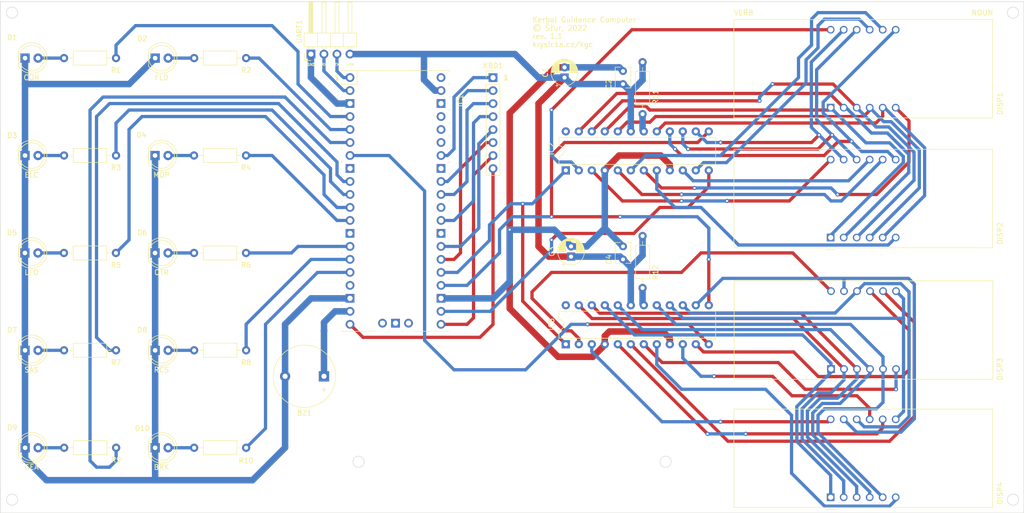
<source format=kicad_pcb>
(kicad_pcb (version 20211014) (generator pcbnew)
  (title_block (title "Kerbal Guidance Computer") (date "2022-03-05") (rev "1.1") (company "Šťur") (comment 1 "See LICENSE file for copyright and license details."))
  (layers (0 "F.Cu" signal) (31 "B.Cu" signal) (34 "B.Paste" user) (35 "F.Paste" user) (36 "B.SilkS" user "B.Silkscreen") (37 "F.SilkS" user "F.Silkscreen") (38 "B.Mask" user) (39 "F.Mask" user) (44 "Edge.Cuts" user))
  (net 0 "")
  (net 1 "Net-(D1-Pad2)")
  (net 2 "Net-(D2-Pad2)")
  (net 3 "Net-(D3-Pad2)")
  (net 4 "Net-(D4-Pad2)")
  (net 5 "Net-(D5-Pad2)")
  (net 6 "Net-(D6-Pad2)")
  (net 7 "Net-(D7-Pad2)")
  (net 8 "Net-(D8-Pad2)")
  (net 9 "Net-(D9-Pad2)")
  (net 10 "Net-(D10-Pad2)")
  (net 11 "BUZZ")
  (net 12 "GND2")
  (net 13 "GND3")
  (net 14 "IC2_SEG_E")
  (net 15 "IC2_SEG_D")
  (net 16 "IC2_SEG_DP")
  (net 17 "IC2_SEG_C")
  (net 18 "IC2_SEG_G")
  (net 19 "IC2_DIG_3")
  (net 20 "IC2_SEG_B")
  (net 21 "IC2_DIG_2")
  (net 22 "IC2_DIG_1")
  (net 23 "IC2_SEG_F")
  (net 24 "IC2_SEG_A")
  (net 25 "IC2_DIG_0")
  (net 26 "IC2_DIG_7")
  (net 27 "IC2_DIG_6")
  (net 28 "IC2_DIG_5")
  (net 29 "IC2_DIG_4")
  (net 30 "IC3_SEG_E")
  (net 31 "IC3_SEG_D")
  (net 32 "IC3_SEG_DP")
  (net 33 "IC3_SEG_C")
  (net 34 "IC3_SEG_G")
  (net 35 "IC3_DIG_3")
  (net 36 "IC3_SEG_B")
  (net 37 "IC3_DIG_2")
  (net 38 "IC3_DIG_1")
  (net 39 "IC3_SEG_F")
  (net 40 "IC3_SEG_A")
  (net 41 "IC3_DIG_0")
  (net 42 "IC3_DIG_7")
  (net 43 "IC3_DIG_6")
  (net 44 "IC3_DIG_5")
  (net 45 "Net-(IC2-Pad18)")
  (net 46 "IC3_DIG_4")
  (net 48 "TXD")
  (net 49 "RXD")
  (net 50 "Net-(IC3-Pad18)")
  (net 51 "GND1")
  (net 53 "LED_CON")
  (net 54 "LED_FLD")
  (net 55 "LED_GEA")
  (net 65 "+5V")
  (net 69 "LOAD_2")
  (net 70 "LED_SAS")
  (net 71 "LED_ELC")
  (net 72 "LED_LFO")
  (net 73 "LED_MOP")
  (net 74 "LED_OTR")
  (net 75 "LED_RCS")
  (net 76 "LED_BRK")
  (net 77 "KBD_R4")
  (net 78 "KBD_R3")
  (net 79 "LOAD_1")
  (net 80 "CLK")
  (net 82 "DIN")
  (net 83 "KBD_R2")
  (net 84 "KBD_R1")
  (net 85 "KBD_C4")
  (net 86 "KBD_C3")
  (net 87 "KBD_C2")
  (net 88 "KBD_C1")
  (footprint "Resistor_THT:R_Axial_DIN0207_L6.3mm_D2.5mm_P10.16mm_Horizontal" (layer "F.Cu") (at 71.12 66.04 180)
    (fp_text reference "R1")
    (fp_text value "100R")
  )
  (footprint "Package_DIP:DIP-24_W7.62mm" (layer "F.Cu") (at 159 122 90)
    (fp_text reference "IC3")
    (fp_text value "MAX7219")
  )
  (footprint "Display_7Segment:CC56-12GWA" (layer "F.Cu") (at 210.7559 151.9309 90)
    (fp_text reference "DISP4")
    (fp_text value "CC56-12GWA")
  )
  (footprint "Resistor_THT:R_Axial_DIN0207_L6.3mm_D2.5mm_P10.16mm_Horizontal" (layer "F.Cu") (at 174 111 90)
    (fp_text reference "R12")
    (fp_text value "10k")
  )
  (footprint "Resistor_THT:R_Axial_DIN0207_L6.3mm_D2.5mm_P10.16mm_Horizontal" (layer "F.Cu") (at 174 77 90)
    (fp_text reference "R11")
    (fp_text value "10k")
  )
  (footprint "LED_THT:LED_D5.0mm" (layer "F.Cu") (at 53.34 123.19)
    (fp_text reference "D7")
    (fp_text value "SAS")
  )
  (footprint "Resistor_THT:R_Axial_DIN0207_L6.3mm_D2.5mm_P10.16mm_Horizontal" (layer "F.Cu") (at 96.54 123.19 180)
    (fp_text reference "R8")
    (fp_text value "100R")
  )
  (footprint "Buzzer_Beeper:Buzzer_12x9.5RM7.6" (layer "F.Cu") (at 111.75 128.27 180)
    (fp_text reference "BZ1")
    (fp_text value "Buzzer")
  )
  (footprint "LED_THT:LED_D5.0mm" (layer "F.Cu") (at 78.74 104.15)
    (fp_text reference "D6")
    (fp_text value "OTR")
  )
  (footprint "LED_THT:LED_D5.0mm" (layer "F.Cu") (at 78.76 142.25)
    (fp_text reference "D10")
    (fp_text value "BRK")
  )
  (footprint "LED_THT:LED_D5.0mm" (layer "F.Cu") (at 53.32 104.15)
    (fp_text reference "D5")
    (fp_text value "LFO")
  )
  (footprint "Resistor_THT:R_Axial_DIN0207_L6.3mm_D2.5mm_P10.16mm_Horizontal" (layer "F.Cu") (at 71.14 142.25 180)
    (fp_text reference "R9")
    (fp_text value "100R")
  )
  (footprint "Connector_PinHeader_2.54mm:PinHeader_1x08_P2.54mm_Vertical" (layer "F.Cu") (at 144.78 69.865)
    (fp_text reference "KBD1")
    (fp_text value "ak1604")
  )
  (footprint "LED_THT:LED_D5.0mm" (layer "F.Cu") (at 78.76 123.19)
    (fp_text reference "D8")
    (fp_text value "RCS")
  )
  (footprint "mistniBordel:C31x" (layer "F.Cu") (at 170.18 71.12 90)
    (fp_text reference "C2")
    (fp_text value "0.1 uF")
  )
  (footprint "Capacitor_THT:CP_Radial_D5.0mm_P2.00mm" (layer "F.Cu") (at 158.75 69.85 90)
    (fp_text reference "C1")
    (fp_text value "10 uF")
  )
  (footprint "Display_7Segment:CC56-12GWA" (layer "F.Cu") (at 210.82 126.8575 90)
    (fp_text reference "DISP3")
    (fp_text value "CC56-12GWA")
  )
  (footprint "Connector_PinHeader_2.54mm:PinHeader_1x04_P2.54mm_Horizontal" (layer "F.Cu") (at 109.204662 65.252732 90)
    (fp_text reference "UART1")
    (fp_text value "UART")
  )
  (footprint "LED_THT:LED_D5.0mm" (layer "F.Cu") (at 53.34 85.09)
    (fp_text reference "D3")
    (fp_text value "ELC")
  )
  (footprint "LED_THT:LED_D5.0mm" (layer "F.Cu") (at 53.36 142.25)
    (fp_text reference "D9")
    (fp_text value "GEA")
  )
  (footprint "Resistor_THT:R_Axial_DIN0207_L6.3mm_D2.5mm_P10.16mm_Horizontal" (layer "F.Cu") (at 96.52 85.09 180)
    (fp_text reference "R4")
    (fp_text value "100R")
  )
  (footprint "mistniBordel:C31x" (layer "F.Cu") (at 170.18 105.41 90)
    (fp_text reference "C4")
    (fp_text value "0.1 uF")
  )
  (footprint "Package_DIP:DIP-24_W7.62mm" (layer "F.Cu") (at 159 88 90)
    (fp_text reference "IC2")
    (fp_text value "MAX7219")
  )
  (footprint "LED_THT:LED_D5.0mm" (layer "F.Cu") (at 78.74 85.09)
    (fp_text reference "D4")
    (fp_text value "MOP")
  )
  (footprint "Resistor_THT:R_Axial_DIN0207_L6.3mm_D2.5mm_P10.16mm_Horizontal" (layer "F.Cu") (at 71.12 85.09 180)
    (fp_text reference "R3")
    (fp_text value "100R")
  )
  (footprint "Resistor_THT:R_Axial_DIN0207_L6.3mm_D2.5mm_P10.16mm_Horizontal" (layer "F.Cu") (at 96.52 104.15 180)
    (fp_text reference "R6")
    (fp_text value "100R")
  )
  (footprint "Resistor_THT:R_Axial_DIN0207_L6.3mm_D2.5mm_P10.16mm_Horizontal" (layer "F.Cu") (at 96.54 66.04 180)
    (fp_text reference "R2")
    (fp_text value "100R")
  )
  (footprint "Display_7Segment:CC56-12GWA" (layer "F.Cu") (at 210.7559 75.7309 90)
    (fp_text reference "DISP1")
    (fp_text value "CC56-12GWA")
  )
  (footprint "Resistor_THT:R_Axial_DIN0207_L6.3mm_D2.5mm_P10.16mm_Horizontal" (layer "F.Cu") (at 71.1 104.15 180)
    (fp_text reference "R5")
    (fp_text value "100R")
  )
  (footprint "Resistor_THT:R_Axial_DIN0207_L6.3mm_D2.5mm_P10.16mm_Horizontal" (layer "F.Cu") (at 96.54 142.25 180)
    (fp_text reference "R10")
    (fp_text value "100R")
  )
  (footprint "Display_7Segment:CC56-12GWA" (layer "F.Cu") (at 210.7559 101.1309 90)
    (fp_text reference "DISP2")
    (fp_text value "CC56-12GWA")
  )
  (footprint "LED_THT:LED_D5.0mm" (layer "F.Cu") (at 78.76 66.04)
    (fp_text reference "D2")
    (fp_text value "FLD")
  )
  (footprint "LED_THT:LED_D5.0mm" (layer "F.Cu") (at 53.34 66.04)
    (fp_text reference "D1")
    (fp_text value "CON")
  )
  (footprint "Resistor_THT:R_Axial_DIN0207_L6.3mm_D2.5mm_P10.16mm_Horizontal" (layer "F.Cu") (at 71.12 123.19 180)
    (fp_text reference "R7")
    (fp_text value "100R")
  )
  (footprint "Capacitor_THT:CP_Radial_D5.0mm_P2.00mm" (layer "F.Cu") (at 160.02 104.87 90)
    (fp_text reference "C3")
    (fp_text value "10 uF")
  )
  (footprint "mistniBordel:RPi_Pico_TH" (layer "F.Cu") (at 125.73 93.98)
    (fp_text reference "IC1")
    (fp_text value "Pico")
  )
  (gr_rect (start 48.5 55) (end 248.5 155) (layer "Edge.Cuts") (width 0.1) (fill none))
  (gr_circle (center 50.8 57.15) (end 51.9 57.15) (layer "Edge.Cuts") (width 0.1) (fill none))
  (gr_circle (center 246.38 57.15) (end 247.48 57.15) (layer "Edge.Cuts") (width 0.1) (fill none))
  (gr_circle (center 178.5 145) (end 179.6 145) (layer "Edge.Cuts") (width 0.1) (fill none))
  (gr_circle (center 118.5 145) (end 119.6 145) (layer "Edge.Cuts") (width 0.1) (fill none))
  (gr_circle (center 50.8 152.4) (end 51.9 152.4) (layer "Edge.Cuts") (width 0.1) (fill none))
  (gr_circle (center 246.38 152.4) (end 247.48 152.4) (layer "Edge.Cuts") (width 0.1) (fill none))
  (gr_text "GEA" (at 54.61 146.05) (layer "F.SilkS") (effects (font (size 1 1))))
  (gr_text "GND" (at 109.22 67.31) (layer "F.SilkS") (effects (font (size 0.5 0.5) (thickness 0.125))))
  (gr_text "VERB" (at 191.77 57.15) (layer "F.SilkS") (effects (font (size 1 1)) (justify left)))
  (gr_text "1" (at 114.3 69.85) (layer "F.SilkS") (effects (font (size 1 1) (thickness 0.25))))
  (gr_text "+5V" (at 116.84 67.31) (layer "F.SilkS") (effects (font (size 0.5 0.5) (thickness 0.125))))
  (gr_text "RCS" (at 80.01 127) (layer "F.SilkS") (effects (font (size 1 1))))
  (gr_text "RX" (at 111.76 67.31) (layer "F.SilkS") (effects (font (size 0.5 0.5) (thickness 0.125))))
  (gr_text "ELC" (at 54.61 88.9) (layer "F.SilkS") (effects (font (size 1 1))))
  (gr_text "LFO" (at 54.61 107.95) (layer "F.SilkS") (effects (font (size 1 1))))
  (gr_text "BRK" (at 80.01 146.05) (layer "F.SilkS") (effects (font (size 1 1))))
  (gr_text "TX" (at 114.3 67.31) (layer "F.SilkS") (effects (font (size 0.5 0.5) (thickness 0.125))))
  (gr_text "Kerbal Guidance Computer\n© Šťur, 2022\nrev. 1.1\nkrysicka.cz/kgc" (at 152.4 60.96) (layer "F.SilkS") (effects (font (size 1 1)) (justify left)))
  (gr_text "1" (at 147.32 69.85) (layer "F.SilkS") (effects (font (size 1 1) (thickness 0.25))))
  (gr_text "OTR" (at 80.01 107.95) (layer "F.SilkS") (effects (font (size 1 1))))
  (gr_text "SAS" (at 54.61 127) (layer "F.SilkS") (effects (font (size 1 1))))
  (gr_text "MOP" (at 80.01 88.9) (layer "F.SilkS") (effects (font (size 1 1))))
  (gr_text "CON" (at 54.61 69.85) (layer "F.SilkS") (effects (font (size 1 1))))
  (gr_text "FLD" (at 80.01 69.85) (layer "F.SilkS") (effects (font (size 1 1))))
  (gr_text "NOUN\n" (at 242.57 57.15) (layer "F.SilkS") (effects (font (size 1 1)) (justify right)))
  (segment (start 60.96 66.04) (end 55.88 66.04) (width 0.635) (layer "B.Cu") (net 1))
  (segment (start 86.38 66.04) (end 81.3 66.04) (width 0.635) (layer "B.Cu") (net 2))
  (segment (start 55.88 85.09) (end 60.96 85.09) (width 0.635) (layer "B.Cu") (net 3))
  (segment (start 81.28 85.09) (end 86.36 85.09) (width 0.635) (layer "B.Cu") (net 4))
  (segment (start 60.94 104.15) (end 55.86 104.15) (width 0.635) (layer "B.Cu") (net 5))
  (segment (start 86.36 104.15) (end 81.28 104.15) (width 0.635) (layer "B.Cu") (net 6))
  (segment (start 60.96 123.19) (end 55.88 123.19) (width 0.635) (layer "B.Cu") (net 7))
  (segment (start 86.38 123.19) (end 81.3 123.19) (width 0.635) (layer "B.Cu") (net 8))
  (segment (start 60.98 142.25) (end 55.9 142.25) (width 0.635) (layer "B.Cu") (net 9))
  (segment (start 86.38 142.25) (end 81.3 142.25) (width 0.635) (layer "B.Cu") (net 10))
  (segment (start 111.76 117.719502) (end 113.909502 115.57) (width 1.27) (layer "B.Cu") (net 11))
  (segment (start 111.76 119.38) (end 111.76 117.719502) (width 1.27) (layer "B.Cu") (net 11))
  (segment (start 111.75 128.27) (end 111.75 119.39) (width 1.27) (layer "B.Cu") (net 11))
  (segment (start 111.75 119.39) (end 111.76 119.38) (width 1.27) (layer "B.Cu") (net 11))
  (segment (start 113.909502 115.57) (end 116.84 115.57) (width 1.27) (layer "B.Cu") (net 11))
  (segment (start 57.53 148.59) (end 97.79 148.59) (width 1.27) (layer "B.Cu") (net 12))
  (segment (start 53.34 85.09) (end 53.34 104.13) (width 1.27) (layer "B.Cu") (net 12))
  (segment (start 53.34 71.12) (end 53.34 85.09) (width 1.27) (layer "B.Cu") (net 12))
  (segment (start 53.32 104.15) (end 53.32 123.17) (width 1.27) (layer "B.Cu") (net 12))
  (segment (start 53.36 142.25) (end 53.36 144.42) (width 1.27) (layer "B.Cu") (net 12))
  (segment (start 53.34 104.13) (end 53.32 104.15) (width 1.27) (layer "B.Cu") (net 12))
  (segment (start 53.34 66.04) (end 53.34 71.12) (width 1.27) (layer "B.Cu") (net 12))
  (segment (start 78.76 104.17) (end 78.74 104.15) (width 1.27) (layer "B.Cu") (net 12))
  (segment (start 78.74 104.15) (end 78.74 85.09) (width 1.27) (layer "B.Cu") (net 12))
  (segment (start 109.22 113.03) (end 116.84 113.03) (width 1.27) (layer "B.Cu") (net 12))
  (segment (start 104.15 142.23) (end 104.15 128.27) (width 1.27) (layer "B.Cu") (net 12))
  (segment (start 53.34 142.23) (end 53.36 142.25) (width 1.27) (layer "B.Cu") (net 12))
  (segment (start 53.34 123.19) (end 53.34 142.23) (width 1.27) (layer "B.Cu") (net 12))
  (segment (start 78.76 142.25) (end 78.76 123.19) (width 1.27) (layer "B.Cu") (net 12))
  (segment (start 53.36 144.42) (end 57.53 148.59) (width 1.27) (layer "B.Cu") (net 12))
  (segment (start 73.68 71.12) (end 53.34 71.12) (width 1.27) (layer "B.Cu") (net 12))
  (segment (start 53.32 123.17) (end 53.34 123.19) (width 1.27) (layer "B.Cu") (net 12))
  (segment (start 78.76 66.04) (end 73.68 71.12) (width 1.27) (layer "B.Cu") (net 12))
  (segment (start 104.15 118.1) (end 109.22 113.03) (width 1.27) (layer "B.Cu") (net 12))
  (segment (start 104.15 128.27) (end 104.15 118.1) (width 1.27) (layer "B.Cu") (net 12))
  (segment (start 78.76 123.19) (end 78.76 104.17) (width 1.27) (layer "B.Cu") (net 12))
  (segment (start 97.79 148.59) (end 104.15 142.23) (width 1.27) (layer "B.Cu") (net 12))
  (segment (start 78.76 142.25) (end 78.76 148.57) (width 1.27) (layer "B.Cu") (net 12))
  (segment (start 148.0399 76.791078) (end 156.980978 67.85) (width 1.27) (layer "F.Cu") (net 13))
  (segment (start 148.0399 115.0199) (end 148.0399 99.6101) (width 1.27) (layer "F.Cu") (net 13))
  (segment (start 166.62 122) (end 166.62 122.125102) (width 1.27) (layer "F.Cu") (net 13))
  (segment (start 166.62 87.874898) (end 166.62 88) (width 1.27) (layer "F.Cu") (net 13))
  (segment (start 156.980978 67.85) (end 158.75 67.85) (width 1.27) (layer "F.Cu") (net 13))
  (segment (start 166.62 120.4) (end 166.62 122) (width 1.27) (layer "F.Cu") (net 13))
  (segment (start 179.32 120.86863) (end 177.96339 119.51202) (width 1.27) (layer "F.Cu") (net 13))
  (segment (start 177.54137 85.09) (end 169.404898 85.09) (width 1.27) (layer "F.Cu") (net 13))
  (segment (start 166.62 122.125102) (end 164.285102 124.46) (width 1.27) (layer "F.Cu") (net 13))
  (segment (start 179.32 88) (end 179.32 86.86863) (width 1.27) (layer "F.Cu") (net 13))
  (segment (start 177.96339 119.51202) (end 167.50798 119.51202) (width 1.27) (layer "F.Cu") (net 13))
  (segment (start 167.50798 119.51202) (end 166.62 120.4) (width 1.27) (layer "F.Cu") (net 13))
  (segment (start 169.404898 85.09) (end 166.62 87.874898) (width 1.27) (layer "F.Cu") (net 13))
  (segment (start 164.285102 124.46) (end 157.48 124.46) (width 1.27) (layer "F.Cu") (net 13))
  (segment (start 179.32 122) (end 179.32 120.86863) (width 1.27) (layer "F.Cu") (net 13))
  (segment (start 148.0399 99.6101) (end 148.0399 76.791078) (width 1.27) (layer "F.Cu") (net 13))
  (segment (start 179.32 86.86863) (end 177.54137 85.09) (width 1.27) (layer "F.Cu") (net 13))
  (segment (start 157.48 124.46) (end 148.0399 115.0199) (width 1.27) (layer "F.Cu") (net 13))
  (via (at 148.0399 99.6101) (size 0.8) (drill 0.4) (layers "F.Cu" "B.Cu") (net 13))
  (segment (start 166.62 99.31) (end 166.62 88) (width 1.27) (layer "B.Cu") (net 13))
  (segment (start 170.18 102.87) (end 166.62 99.31) (width 1.27) (layer "B.Cu") (net 13))
  (segment (start 169.45 67.85) (end 158.75 67.85) (width 1.27) (layer "B.Cu") (net 13))
  (segment (start 170.18 68.58) (end 169.45 67.85) (width 1.27) (layer "B.Cu") (net 13))
  (segment (start 160.02 102.87) (end 163.06 102.87) (width 1.27) (layer "B.Cu") (net 13))
  (segment (start 163.06 102.87) (end 166.62 99.31) (width 1.27) (layer "B.Cu") (net 13))
  (segment (start 156.7601 99.6101) (end 148.0399 99.6101) (width 1.27) (layer "B.Cu") (net 13))
  (segment (start 160.02 102.87) (end 156.7601 99.6101) (width 1.27) (layer "B.Cu") (net 13))
  (segment (start 144.78 113.03) (end 148.0399 109.7701) (width 1.27) (layer "B.Cu") (net 13))
  (segment (start 134.62 113.03) (end 144.78 113.03) (width 1.27) (layer "B.Cu") (net 13))
  (segment (start 148.0399 109.7701) (end 148.0399 99.6101) (width 1.27) (layer "B.Cu") (net 13))
  (segment (start 166.62 80.38) (end 171.567011 75.432989) (width 0.635) (layer "F.Cu") (net 14))
  (segment (start 174.649078 75.432989) (end 175.416089 76.2) (width 0.635) (layer "F.Cu") (net 14))
  (segment (start 171.567011 75.432989) (end 174.649078 75.432989) (width 0.635) (layer "F.Cu") (net 14))
  (segment (start 210.2868 76.2) (end 210.7559 75.7309) (width 0.635) (layer "F.Cu") (net 14))
  (segment (start 175.416089 76.2) (end 210.2868 76.2) (width 0.635) (layer "F.Cu") (net 14))
  (segment (start 210.7559 75.7309) (end 217.6397 82.6147) (width 0.635) (layer "B.Cu") (net 14))
  (segment (start 217.6397 82.6147) (end 222.2724 82.6147) (width 0.635) (layer "B.Cu") (net 14))
  (segment (start 210.7559 100.691731) (end 210.7559 101.1309) (width 0.635) (layer "B.Cu") (net 14))
  (segment (start 222.2724 82.6147) (end 224.9457 85.288) (width 0.635) (layer "B.Cu") (net 14))
  (segment (start 224.9457 86.4824) (end 211.765 99.6631) (width 0.635) (layer "B.Cu") (net 14))
  (segment (start 211.765 99.6631) (end 211.765 99.682631) (width 0.635) (layer "B.Cu") (net 14))
  (segment (start 224.9457 85.288) (end 224.9457 86.4824) (width 0.635) (layer "B.Cu") (net 14))
  (segment (start 211.765 99.682631) (end 210.7559 100.691731) (width 0.635) (layer "B.Cu") (net 14))
  (segment (start 210.516583 72.951583) (end 213.2959 75.7309) (width 0.635) (layer "F.Cu") (net 15))
  (segment (start 161.54 80.38) (end 168.968417 72.951583) (width 0.635) (layer "F.Cu") (net 15))
  (segment (start 168.968417 72.951583) (end 210.516583 72.951583) (width 0.635) (layer "F.Cu") (net 15))
  (segment (start 221.8341 80.6956) (end 226.0029 84.8644) (width 0.635) (layer "B.Cu") (net 15))
  (segment (start 226.0029 88.4239) (end 213.2959 101.1309) (width 0.635) (layer "B.Cu") (net 15))
  (segment (start 213.528 75.4988) (end 218.7248 80.6956) (width 0.635) (layer "B.Cu") (net 15))
  (segment (start 226.0029 84.8644) (end 226.0029 88.4239) (width 0.635) (layer "B.Cu") (net 15))
  (segment (start 218.7248 80.6956) (end 221.8341 80.6956) (width 0.635) (layer "B.Cu") (net 15))
  (segment (start 213.528 75.4988) (end 213.2959 75.7309) (width 0.635) (layer "B.Cu") (net 15))
  (segment (start 211.225 71.12) (end 215.8359 75.7309) (width 0.635) (layer "F.Cu") (net 16))
  (segment (start 170.061531 74.398469) (end 196.85 74.398469) (width 0.635) (layer "F.Cu") (net 16))
  (segment (start 164.08 80.38) (end 170.061531 74.398469) (width 0.635) (layer "F.Cu") (net 16))
  (segment (start 199.39 71.12) (end 211.225 71.12) (width 0.635) (layer "F.Cu") (net 16))
  (via (at 199.39 71.12) (size 0.8) (drill 0.4) (layers "F.Cu" "B.Cu") (net 16))
  (via (at 196.85 74.398469) (size 0.8) (drill 0.4) (layers "F.Cu" "B.Cu") (net 16))
  (segment (start 215.8359 101.1309) (end 227.0383 89.9285) (width 0.635) (layer "B.Cu") (net 16))
  (segment (start 227.0383 84.4355) (end 222.1116 79.5088) (width 0.635) (layer "B.Cu") (net 16))
  (segment (start 196.85 73.66) (end 199.39 71.12) (width 0.635) (layer "B.Cu") (net 16))
  (segment (start 196.85 74.398469) (end 196.85 73.66) (width 0.635) (layer "B.Cu") (net 16))
  (segment (start 219.6138 79.5088) (end 215.8359 75.7309) (width 0.635) (layer "B.Cu") (net 16))
  (segment (start 227.0383 89.9285) (end 227.0383 84.4355) (width 0.635) (layer "B.Cu") (net 16))
  (segment (start 222.1116 79.5088) (end 219.6138 79.5088) (width 0.635) (layer "B.Cu") (net 16))
  (segment (start 176.53 77.47) (end 175.432989 78.567011) (width 0.635) (layer "F.Cu") (net 17))
  (segment (start 170.972989 78.567011) (end 169.16 80.38) (width 0.635) (layer "F.Cu") (net 17))
  (segment (start 175.432989 78.567011) (end 170.972989 78.567011) (width 0.635) (layer "F.Cu") (net 17))
  (segment (start 218.3759 75.7309) (end 218.3759 76.2641) (width 0.635) (layer "F.Cu") (net 17))
  (segment (start 217.17 77.47) (end 176.53 77.47) (width 0.635) (layer "F.Cu") (net 17))
  (segment (start 218.3759 76.2641) (end 217.17 77.47) (width 0.635) (layer "F.Cu") (net 17))
  (segment (start 222.5404 78.4735) (end 221.1185 78.4735) (width 0.635) (layer "B.Cu") (net 17))
  (segment (start 218.3759 101.1309) (end 228.0736 91.4332) (width 0.635) (layer "B.Cu") (net 17))
  (segment (start 228.0736 91.4332) (end 228.0736 84.0067) (width 0.635) (layer "B.Cu") (net 17))
  (segment (start 221.1185 78.4735) (end 218.3759 75.7309) (width 0.635) (layer "B.Cu") (net 17))
  (segment (start 228.0736 84.0067) (end 222.5404 78.4735) (width 0.635) (layer "B.Cu") (net 17))
  (segment (start 176.78 80.38) (end 178.42 78.74) (width 0.635) (layer "F.Cu") (net 18))
  (segment (start 178.42 78.74) (end 219.587446 78.74) (width 0.635) (layer "F.Cu") (net 18))
  (segment (start 219.587446 78.74) (end 220.9159 77.411546) (width 0.635) (layer "F.Cu") (net 18))
  (segment (start 220.9159 77.411546) (end 220.9159 75.7309) (width 0.635) (layer "F.Cu") (net 18))
  (segment (start 229.109 92.9378) (end 220.9159 101.1309) (width 0.635) (layer "B.Cu") (net 18))
  (segment (start 221.2619 75.7309) (end 229.109 83.578) (width 0.635) (layer "B.Cu") (net 18))
  (segment (start 220.9159 75.7309) (end 221.2619 75.7309) (width 0.635) (layer "B.Cu") (net 18))
  (segment (start 229.109 83.578) (end 229.109 92.9378) (width 0.635) (layer "B.Cu") (net 18))
  (segment (start 226.06 78.335) (end 223.4559 75.7309) (width 0.635) (layer "F.Cu") (net 19))
  (segment (start 212.09 92.71) (end 219.71 92.71) (width 0.635) (layer "F.Cu") (net 19))
  (segment (start 226.06 86.36) (end 226.06 78.335) (width 0.635) (layer "F.Cu") (net 19))
  (segment (start 177.68 91.44) (end 184.15 91.44) (width 0.635) (layer "F.Cu") (net 19))
  (segment (start 174.24 88) (end 177.68 91.44) (width 0.635) (layer "F.Cu") (net 19))
  (segment (start 219.71 92.71) (end 226.06 86.36) (width 0.635) (layer "F.Cu") (net 19))
  (via (at 212.09 92.71) (size 0.8) (drill 0.4) (layers "F.Cu" "B.Cu") (net 19))
  (via (at 184.15 91.44) (size 0.8) (drill 0.4) (layers "F.Cu" "B.Cu") (net 19))
  (segment (start 210.82 91.44) (end 212.09 92.71) (width 0.635) (layer "B.Cu") (net 19))
  (segment (start 184.15 91.44) (end 210.82 91.44) (width 0.635) (layer "B.Cu") (net 19))
  (segment (start 181.61 85.09) (end 209.482132 85.09) (width 0.635) (layer "F.Cu") (net 20))
  (segment (start 212.233332 82.3388) (end 214.8412 82.3388) (width 0.635) (layer "F.Cu") (net 20))
  (segment (start 180.34 83.82) (end 181.61 85.09) (width 0.635) (layer "F.Cu") (net 20))
  (segment (start 209.482132 85.09) (end 212.233332 82.3388) (width 0.635) (layer "F.Cu") (net 20))
  (via (at 214.8412 82.3388) (size 0.8) (drill 0.4) (layers "F.Cu" "B.Cu") (net 20))
  (via (at 180.34 83.82) (size 0.8) (drill 0.4) (layers "F.Cu" "B.Cu") (net 20))
  (segment (start 209.288 76.7856) (end 214.8412 82.3388) (width 0.635) (layer "B.Cu") (net 20))
  (segment (start 221.8798 84.3148) (end 223.4559 85.8909) (width 0.635) (layer "B.Cu") (net 20))
  (segment (start 214.8412 82.3388) (end 216.8172 84.3148) (width 0.635) (layer "B.Cu") (net 20))
  (segment (start 209.288 74.6588) (end 209.288 76.7856) (width 0.635) (layer "B.Cu") (net 20))
  (segment (start 179.32 82.8) (end 180.34 83.82) (width 0.635) (layer "B.Cu") (net 20))
  (segment (start 216.8172 84.3148) (end 221.8798 84.3148) (width 0.635) (layer "B.Cu") (net 20))
  (segment (start 179.32 80.38) (end 179.32 82.8) (width 0.635) (layer "B.Cu") (net 20))
  (segment (start 223.4559 60.4909) (end 209.288 74.6588) (width 0.635) (layer "B.Cu") (net 20))
  (segment (start 189.23 85.09) (end 174.61 85.09) (width 0.635) (layer "B.Cu") (net 21))
  (segment (start 204.47 69.85) (end 189.23 85.09) (width 0.635) (layer "B.Cu") (net 21))
  (segment (start 217.575 57.15) (end 208.28 57.15) (width 0.635) (layer "B.Cu") (net 21))
  (segment (start 174.61 85.09) (end 171.7 88) (width 0.635) (layer "B.Cu") (net 21))
  (segment (start 207.01 63.5) (end 204.47 66.04) (width 0.635) (layer "B.Cu") (net 21))
  (segment (start 220.9159 60.4909) (end 217.575 57.15) (width 0.635) (layer "B.Cu") (net 21))
  (segment (start 204.47 66.04) (end 204.47 69.85) (width 0.635) (layer "B.Cu") (net 21))
  (segment (start 207.01 58.42) (end 207.01 63.5) (width 0.635) (layer "B.Cu") (net 21))
  (segment (start 208.28 57.15) (end 207.01 58.42) (width 0.635) (layer "B.Cu") (net 21))
  (segment (start 208.28 64.043768) (end 205.93796 66.385808) (width 0.635) (layer "B.Cu") (net 22))
  (segment (start 216.305 58.42) (end 209.55 58.42) (width 0.635) (layer "B.Cu") (net 22))
  (segment (start 185.917011 86.482989) (end 184.4 88) (width 0.635) (layer "B.Cu") (net 22))
  (segment (start 218.3759 60.4909) (end 216.305 58.42) (width 0.635) (layer "B.Cu") (net 22))
  (segment (start 205.93796 70.92204) (end 190.377011 86.482989) (width 0.635) (layer "B.Cu") (net 22))
  (segment (start 205.93796 66.385808) (end 205.93796 70.92204) (width 0.635) (layer "B.Cu") (net 22))
  (segment (start 209.55 58.42) (end 208.28 59.69) (width 0.635) (layer "B.Cu") (net 22))
  (segment (start 190.377011 86.482989) (end 185.917011 86.482989) (width 0.635) (layer "B.Cu") (net 22))
  (segment (start 208.28 59.69) (end 208.28 64.043768) (width 0.635) (layer "B.Cu") (net 22))
  (segment (start 208.28 83.82) (end 211.0225 81.0775) (width 0.635) (layer "F.Cu") (net 23))
  (segment (start 182.88 83.82) (end 208.28 83.82) (width 0.635) (layer "F.Cu") (net 23))
  (via (at 211.0225 81.0775) (size 0.8) (drill 0.4) (layers "F.Cu" "B.Cu") (net 23))
  (via (at 182.88 83.82) (size 0.8) (drill 0.4) (layers "F.Cu" "B.Cu") (net 23))
  (segment (start 208.007 78.062) (end 208.007 68.3198) (width 0.635) (layer "B.Cu") (net 23))
  (segment (start 211.0225 81.0775) (end 215.8359 85.8909) (width 0.635) (layer "B.Cu") (net 23))
  (segment (start 181.86 82.8) (end 182.88 83.82) (width 0.635) (layer "B.Cu") (net 23))
  (segment (start 181.86 80.38) (end 181.86 82.8) (width 0.635) (layer "B.Cu") (net 23))
  (segment (start 208.007 78.062) (end 211.0225 81.0775) (width 0.635) (layer "B.Cu") (net 23))
  (segment (start 208.007 68.3198) (end 215.8359 60.4909) (width 0.635) (layer "B.Cu") (net 23))
  (segment (start 207.01 82.55) (end 208.4825 81.0775) (width 0.635) (layer "F.Cu") (net 24))
  (segment (start 189.23 82.55) (end 207.01 82.55) (width 0.635) (layer "F.Cu") (net 24))
  (via (at 189.23 82.55) (size 0.8) (drill 0.4) (layers "F.Cu" "B.Cu") (net 24))
  (via (at 208.4825 81.0775) (size 0.8) (drill 0.4) (layers "F.Cu" "B.Cu") (net 24))
  (segment (start 184.4 80.38) (end 186.57 82.55) (width 0.635) (layer "B.Cu") (net 24))
  (segment (start 208.4825 81.0775) (end 206.97248 79.56748) (width 0.635) (layer "B.Cu") (net 24))
  (segment (start 186.57 82.55) (end 189.23 82.55) (width 0.635) (layer "B.Cu") (net 24))
  (segment (start 213.2959 85.8909) (end 208.4825 81.0775) (width 0.635) (layer "B.Cu") (net 24))
  (segment (start 206.97248 66.81432) (end 213.2959 60.4909) (width 0.635) (layer "B.Cu") (net 24))
  (segment (start 206.97248 79.56748) (end 206.97248 66.81432) (width 0.635) (layer "B.Cu") (net 24))
  (segment (start 210.7559 60.4909) (end 171.9191 60.4909) (width 0.635) (layer "F.Cu") (net 25))
  (segment (start 171.9191 60.4909) (end 156.21 76.2) (width 0.635) (layer "F.Cu") (net 25))
  (via (at 156.21 76.2) (size 0.8) (drill 0.4) (layers "F.Cu" "B.Cu") (net 25))
  (segment (start 156.21 76.2) (end 156.21 85.09) (width 0.635) (layer "B.Cu") (net 25))
  (segment (start 157.48 86.36) (end 160.02 86.36) (width 0.635) (layer "B.Cu") (net 25))
  (segment (start 156.21 85.09) (end 157.48 86.36) (width 0.635) (layer "B.Cu") (net 25))
  (segment (start 160.02 86.36) (end 161.54 87.88) (width 0.635) (layer "B.Cu") (net 25))
  (segment (start 161.54 87.88) (end 161.54 88) (width 0.635) (layer "B.Cu") (net 25))
  (segment (start 180.34 95.25) (end 176.78 91.69) (width 0.635) (layer "B.Cu") (net 26))
  (segment (start 221.988889 102.597911) (end 192.767911 102.597911) (width 0.635) (layer "B.Cu") (net 26))
  (segment (start 192.767911 102.597911) (end 185.42 95.25) (width 0.635) (layer "B.Cu") (net 26))
  (segment (start 185.42 95.25) (end 180.34 95.25) (width 0.635) (layer "B.Cu") (net 26))
  (segment (start 223.4559 101.1309) (end 221.988889 102.597911) (width 0.635) (layer "B.Cu") (net 26))
  (segment (start 176.78 91.69) (end 176.78 88) (width 0.635) (layer "B.Cu") (net 26))
  (segment (start 181.61 92.71) (end 173.87 92.71) (width 0.635) (layer "F.Cu") (net 27))
  (segment (start 173.87 92.71) (end 169.16 88) (width 0.635) (layer "F.Cu") (net 27))
  (via (at 181.61 92.71) (size 0.8) (drill 0.4) (layers "F.Cu" "B.Cu") (net 27))
  (segment (start 212.8268 93.98) (end 220.9159 85.8909) (width 0.635) (layer "B.Cu") (net 27))
  (segment (start 212.8268 93.98) (end 210.82 93.98) (width 0.635) (layer "B.Cu") (net 27))
  (segment (start 210.82 93.98) (end 209.55 92.71) (width 0.635) (layer "B.Cu") (net 27))
  (segment (start 209.55 92.71) (end 181.61 92.71) (width 0.635) (layer "B.Cu") (net 27))
  (segment (start 214.2265 90.0403) (end 183.9003 90.0403) (width 0.635) (layer "B.Cu") (net 28))
  (segment (start 214.2265 90.0403) (end 218.3759 85.8909) (width 0.635) (layer "B.Cu") (net 28))
  (segment (start 183.9003 90.0403) (end 181.86 88) (width 0.635) (layer "B.Cu") (net 28))
  (segment (start 164.08 88) (end 170.06 93.98) (width 0.635) (layer "F.Cu") (net 29))
  (segment (start 170.06 93.98) (end 181.61 93.98) (width 0.635) (layer "F.Cu") (net 29))
  (segment (start 190.5 93.98) (end 202.6668 93.98) (width 0.635) (layer "F.Cu") (net 29))
  (segment (start 202.6668 93.98) (end 210.7559 85.8909) (width 0.635) (layer "F.Cu") (net 29))
  (via (at 190.5 93.98) (size 0.8) (drill 0.4) (layers "F.Cu" "B.Cu") (net 29))
  (via (at 181.61 93.98) (size 0.8) (drill 0.4) (layers "F.Cu" "B.Cu") (net 29))
  (segment (start 181.61 93.98) (end 190.5 93.98) (width 0.635) (layer "B.Cu") (net 29))
  (segment (start 210.7559 147.641964) (end 210.7559 151.9309) (width 0.635) (layer "B.Cu") (net 30))
  (segment (start 204.14192 134.175952) (end 204.14192 141.027984) (width 0.635) (layer "B.Cu") (net 30))
  (segment (start 205.26904 120.17904) (end 210.82 125.73) (width 0.635) (layer "B.Cu") (net 30))
  (segment (start 166.62 114.38) (end 172.41904 120.17904) (width 0.635) (layer "B.Cu") (net 30))
  (segment (start 204.14192 141.027984) (end 210.7559 147.641964) (width 0.635) (layer "B.Cu") (net 30))
  (segment (start 210.82 125.73) (end 210.82 126.8575) (width 0.635) (layer "B.Cu") (net 30))
  (segment (start 210.82 127.497872) (end 204.14192 134.175952) (width 0.635) (layer "B.Cu") (net 30))
  (segment (start 172.41904 120.17904) (end 205.26904 120.17904) (width 0.635) (layer "B.Cu") (net 30))
  (segment (start 210.82 126.8575) (end 210.82 127.497872) (width 0.635) (layer "B.Cu") (net 30))
  (segment (start 161.54 114.38) (end 164.141531 116.981531) (width 0.635) (layer "F.Cu") (net 31))
  (segment (start 203.484031 116.981531) (end 213.36 126.8575) (width 0.635) (layer "F.Cu") (net 31))
  (segment (start 164.141531 116.981531) (end 203.484031 116.981531) (width 0.635) (layer "F.Cu") (net 31))
  (segment (start 208.264464 131.51644) (end 210.82 131.51644) (width 0.635) (layer "B.Cu") (net 31))
  (segment (start 205.17644 140.599472) (end 205.17644 134.604464) (width 0.635) (layer "B.Cu") (net 31))
  (segment (start 213.36 128.97644) (end 213.36 126.8575) (width 0.635) (layer "B.Cu") (net 31))
  (segment (start 210.82 131.51644) (end 213.36 128.97644) (width 0.635) (layer "B.Cu") (net 31))
  (segment (start 205.17644 134.604464) (end 208.264464 131.51644) (width 0.635) (layer "B.Cu") (net 31))
  (segment (start 213.2959 148.718932) (end 205.17644 140.599472) (width 0.635) (layer "B.Cu") (net 31))
  (segment (start 213.2959 151.9309) (end 213.2959 148.718932) (width 0.635) (layer "B.Cu") (net 31))
  (segment (start 164.08 114.38) (end 165.647011 115.947011) (width 0.635) (layer "F.Cu") (net 32))
  (segment (start 204.989511 115.947011) (end 215.9 126.8575) (width 0.635) (layer "F.Cu") (net 32))
  (segment (start 165.647011 115.947011) (end 204.989511 115.947011) (width 0.635) (layer "F.Cu") (net 32))
  (segment (start 215.8359 151.9309) (end 215.8359 149.7959) (width 0.635) (layer "B.Cu") (net 32))
  (segment (start 212.09 132.55096) (end 215.9 128.74096) (width 0.635) (layer "B.Cu") (net 32))
  (segment (start 215.9 128.74096) (end 215.9 126.8575) (width 0.635) (layer "B.Cu") (net 32))
  (segment (start 206.21096 140.17096) (end 206.21096 135.032976) (width 0.635) (layer "B.Cu") (net 32))
  (segment (start 208.692976 132.55096) (end 212.09 132.55096) (width 0.635) (layer "B.Cu") (net 32))
  (segment (start 215.8359 149.7959) (end 206.21096 140.17096) (width 0.635) (layer "B.Cu") (net 32))
  (segment (start 206.21096 135.032976) (end 208.692976 132.55096) (width 0.635) (layer "B.Cu") (net 32))
  (segment (start 210.72702 119.14452) (end 218.44 126.8575) (width 0.635) (layer "B.Cu") (net 33))
  (segment (start 218.3759 151.9309) (end 218.3759 150.853932) (width 0.635) (layer "B.Cu") (net 33))
  (segment (start 209.121488 133.58548) (end 212.60726 133.58548) (width 0.635) (layer "B.Cu") (net 33))
  (segment (start 169.16 114.38) (end 173.92452 119.14452) (width 0.635) (layer "B.Cu") (net 33))
  (segment (start 207.24548 135.461488) (end 209.121488 133.58548) (width 0.635) (layer "B.Cu") (net 33))
  (segment (start 212.60726 133.58548) (end 218.44 127.75274) (width 0.635) (layer "B.Cu") (net 33))
  (segment (start 218.3759 150.853932) (end 207.24548 139.723512) (width 0.635) (layer "B.Cu") (net 33))
  (segment (start 218.44 127.75274) (end 218.44 126.8575) (width 0.635) (layer "B.Cu") (net 33))
  (segment (start 173.92452 119.14452) (end 210.72702 119.14452) (width 0.635) (layer "B.Cu") (net 33))
  (segment (start 207.24548 139.723512) (end 207.24548 135.461488) (width 0.635) (layer "B.Cu") (net 33))
  (segment (start 220.9159 151.9309) (end 208.28 139.295) (width 0.635) (layer "B.Cu") (net 34))
  (segment (start 209.55 134.62) (end 219.71 134.62) (width 0.635) (layer "B.Cu") (net 34))
  (segment (start 220.98 133.35) (end 220.98 126.8575) (width 0.635) (layer "B.Cu") (net 34))
  (segment (start 220.98 124.46) (end 220.98 126.8575) (width 0.635) (layer "B.Cu") (net 34))
  (segment (start 176.78 114.38) (end 180.51 118.11) (width 0.635) (layer "B.Cu") (net 34))
  (segment (start 180.51 118.11) (end 214.63 118.11) (width 0.635) (layer "B.Cu") (net 34))
  (segment (start 214.63 118.11) (end 220.98 124.46) (width 0.635) (layer "B.Cu") (net 34))
  (segment (start 208.28 135.89) (end 209.55 134.62) (width 0.635) (layer "B.Cu") (net 34))
  (segment (start 208.28 139.295) (end 208.28 135.89) (width 0.635) (layer "B.Cu") (net 34))
  (segment (start 219.71 134.62) (end 220.98 133.35) (width 0.635) (layer "B.Cu") (net 34))
  (segment (start 174.24 122) (end 177.826051 125.586051) (width 0.635) (layer "F.Cu") (net 35))
  (segment (start 177.826051 125.586051) (end 200.516051 125.586051) (width 0.635) (layer "F.Cu") (net 35))
  (segment (start 205.74 130.81) (end 223.52 130.81) (width 0.635) (layer "F.Cu") (net 35))
  (segment (start 200.516051 125.586051) (end 205.74 130.81) (width 0.635) (layer "F.Cu") (net 35))
  (via (at 223.52 130.81) (size 0.8) (drill 0.4) (layers "F.Cu" "B.Cu") (net 35))
  (segment (start 223.52 130.81) (end 223.52 126.8575) (width 0.635) (layer "B.Cu") (net 35))
  (segment (start 181.871531 116.931531) (end 224.881531 116.931531) (width 0.635) (layer "B.Cu") (net 36))
  (segment (start 224.987011 135.159789) (end 223.4559 136.6909) (width 0.635) (layer "B.Cu") (net 36))
  (segment (start 179.32 114.38) (end 181.871531 116.931531) (width 0.635) (layer "B.Cu") (net 36))
  (segment (start 224.987011 113.084511) (end 224.987011 117.037011) (width 0.635) (layer "B.Cu") (net 36))
  (segment (start 224.881531 116.931531) (end 224.987011 117.037011) (width 0.635) (layer "B.Cu") (net 36))
  (segment (start 224.987011 117.037011) (end 224.987011 135.159789) (width 0.635) (layer "B.Cu") (net 36))
  (segment (start 223.52 111.6175) (end 224.987011 113.084511) (width 0.635) (layer "B.Cu") (net 36))
  (segment (start 227.09452 117.73202) (end 220.98 111.6175) (width 0.635) (layer "F.Cu") (net 37))
  (segment (start 190.67 140.97) (end 222.25 140.97) (width 0.635) (layer "F.Cu") (net 37))
  (segment (start 222.25 140.97) (end 227.09452 136.12548) (width 0.635) (layer "F.Cu") (net 37))
  (segment (start 171.7 122) (end 190.67 140.97) (width 0.635) (layer "F.Cu") (net 37))
  (segment (start 227.09452 136.12548) (end 227.09452 117.73202) (width 0.635) (layer "F.Cu") (net 37))
  (segment (start 208.334511 128.324511) (end 224.735489 128.324511) (width 0.635) (layer "F.Cu") (net 38))
  (segment (start 226.06 119.2375) (end 218.44 111.6175) (width 0.635) (layer "F.Cu") (net 38))
  (segment (start 224.735489 128.324511) (end 226.06 127) (width 0.635) (layer "F.Cu") (net 38))
  (segment (start 226.06 127) (end 226.06 119.2375) (width 0.635) (layer "F.Cu") (net 38))
  (segment (start 203.527011 123.517011) (end 208.334511 128.324511) (width 0.635) (layer "F.Cu") (net 38))
  (segment (start 184.4 122) (end 185.917011 123.517011) (width 0.635) (layer "F.Cu") (net 38))
  (segment (start 185.917011 123.517011) (end 203.527011 123.517011) (width 0.635) (layer "F.Cu") (net 38))
  (segment (start 226.06 111.76) (end 226.06 136.161468) (width 0.635) (layer "B.Cu") (net 39))
  (segment (start 215.9 111.6175) (end 217.367011 110.150489) (width 0.635) (layer "B.Cu") (net 39))
  (segment (start 226.06 136.161468) (end 224.063557 138.157911) (width 0.635) (layer "B.Cu") (net 39))
  (segment (start 217.302911 138.157911) (end 215.8359 136.6909) (width 0.635) (layer "B.Cu") (net 39))
  (segment (start 224.450489 110.150489) (end 226.06 111.76) (width 0.635) (layer "B.Cu") (net 39))
  (segment (start 217.367011 110.150489) (end 224.450489 110.150489) (width 0.635) (layer "B.Cu") (net 39))
  (segment (start 181.86 114.38) (end 183.377011 115.897011) (width 0.635) (layer "B.Cu") (net 39))
  (segment (start 224.063557 138.157911) (end 217.302911 138.157911) (width 0.635) (layer "B.Cu") (net 39))
  (segment (start 183.377011 115.897011) (end 211.620489 115.897011) (width 0.635) (layer "B.Cu") (net 39))
  (segment (start 211.620489 115.897011) (end 215.9 111.6175) (width 0.635) (layer "B.Cu") (net 39))
  (segment (start 189.664031 109.115969) (end 225.955969 109.115969) (width 0.635) (layer "B.Cu") (net 40))
  (segment (start 215.797431 139.192431) (end 213.2959 136.6909) (width 0.635) (layer "B.Cu") (net 40))
  (segment (start 213.36 111.6175) (end 213.36 109.22) (width 0.635) (layer "B.Cu") (net 40))
  (segment (start 227.09452 110.25452) (end 227.09452 136.58998) (width 0.635) (layer "B.Cu") (net 40))
  (segment (start 224.492069 139.192431) (end 215.797431 139.192431) (width 0.635) (layer "B.Cu") (net 40))
  (segment (start 189.664031 109.115969) (end 184.4 114.38) (width 0.635) (layer "B.Cu") (net 40))
  (segment (start 227.09452 136.58998) (end 224.492069 139.192431) (width 0.635) (layer "B.Cu") (net 40))
  (segment (start 225.955969 109.115969) (end 227.09452 110.25452) (width 0.635) (layer "B.Cu") (net 40))
  (segment (start 161.54 122) (end 161.54 120.86863) (width 0.635) (layer "F.Cu") (net 41))
  (segment (start 185.42 104.14) (end 203.3425 104.14) (width 0.635) (layer "F.Cu") (net 41))
  (segment (start 203.3425 104.14) (end 210.82 111.6175) (width 0.635) (layer "F.Cu") (net 41))
  (segment (start 156.21 107.95) (end 181.61 107.95) (width 0.635) (layer "F.Cu") (net 41))
  (segment (start 161.54 120.86863) (end 160.05137 119.38) (width 0.635) (layer "F.Cu") (net 41))
  (segment (start 152.4 111.76) (end 156.21 107.95) (width 0.635) (layer "F.Cu") (net 41))
  (segment (start 152.4 113.03) (end 152.4 111.76) (width 0.635) (layer "F.Cu") (net 41))
  (segment (start 158.75 119.38) (end 152.4 113.03) (width 0.635) (layer "F.Cu") (net 41))
  (segment (start 160.05137 119.38) (end 158.75 119.38) (width 0.635) (layer "F.Cu") (net 41))
  (segment (start 181.61 107.95) (end 185.42 104.14) (width 0.635) (layer "F.Cu") (net 41))
  (segment (start 222.25 153.67) (end 209.55 153.67) (width 0.635) (layer "B.Cu") (net 42))
  (segment (start 176.78 125.98) (end 176.78 122) (width 0.635) (layer "B.Cu") (net 42))
  (segment (start 203.1074 135.89) (end 198.0274 130.81) (width 0.635) (layer "B.Cu") (net 42))
  (segment (start 203.1074 147.2274) (end 203.1074 135.89) (width 0.635) (layer "B.Cu") (net 42))
  (segment (start 198.0274 130.81) (end 181.61 130.81) (width 0.635) (layer "B.Cu") (net 42))
  (segment (start 223.4559 152.4641) (end 222.25 153.67) (width 0.635) (layer "B.Cu") (net 42))
  (segment (start 209.55 153.67) (end 203.1074 147.2274) (width 0.635) (layer "B.Cu") (net 42))
  (segment (start 181.61 130.81) (end 176.78 125.98) (width 0.635) (layer "B.Cu") (net 42))
  (segment (start 223.4559 151.9309) (end 223.4559 152.4641) (width 0.635) (layer "B.Cu") (net 42))
  (segment (start 220.9159 138.371546) (end 220.9159 136.6909) (width 0.635) (layer "F.Cu") (net 43))
  (segment (start 219.757446 139.53) (end 220.9159 138.371546) (width 0.635) (layer "F.Cu") (net 43))
  (segment (start 169.16 122) (end 186.69 139.53) (width 0.635) (layer "F.Cu") (net 43))
  (segment (start 194.14 139.53) (end 219.757446 139.53) (width 0.635) (layer "F.Cu") (net 43))
  (via (at 194.14 139.53) (size 0.8) (drill 0.4) (layers "F.Cu" "B.Cu") (net 43))
  (via (at 186.69 139.53) (size 0.8) (drill 0.4) (layers "F.Cu" "B.Cu") (net 43))
  (segment (start 186.69 139.53) (end 194.14 139.53) (width 0.635) (layer "B.Cu") (net 43))
  (segment (start 218.3759 136.6909) (end 218.3759 134.5559) (width 0.635) (layer "F.Cu") (net 44))
  (segment (start 215.9 132.08) (end 218.3759 134.5559) (width 0.635) (layer "F.Cu") (net 44))
  (segment (start 203.2 132.08) (end 199.39 128.27) (width 0.635) (layer "F.Cu") (net 44))
  (segment (start 199.39 128.27) (end 187.96 128.27) (width 0.635) (layer "F.Cu") (net 44))
  (segment (start 215.9 132.08) (end 203.2 132.08) (width 0.635) (layer "F.Cu") (net 44))
  (via (at 187.96 128.27) (size 0.8) (drill 0.4) (layers "F.Cu" "B.Cu") (net 44))
  (segment (start 185.42 128.27) (end 181.86 124.71) (width 0.635) (layer "B.Cu") (net 44))
  (segment (start 187.96 128.27) (end 185.42 128.27) (width 0.635) (layer "B.Cu") (net 44))
  (segment (start 181.86 124.71) (end 181.86 122) (width 0.635) (layer "B.Cu") (net 44))
  (segment (start 174 77) (end 174 80.14) (width 1.27) (layer "B.Cu") (net 45))
  (segment (start 174 80.14) (end 174.24 80.38) (width 1.27) (layer "B.Cu") (net 45))
  (segment (start 189.23 137.16) (end 210.2868 137.16) (width 0.635) (layer "F.Cu") (net 46))
  (segment (start 210.2868 137.16) (end 210.7559 136.6909) (width 0.635) (layer "F.Cu") (net 46))
  (via (at 189.23 137.16) (size 0.8) (drill 0.4) (layers "F.Cu" "B.Cu") (net 46))
  (segment (start 177.8 137.16) (end 189.23 137.16) (width 0.635) (layer "B.Cu") (net 46))
  (segment (start 164.08 123.44) (end 177.8 137.16) (width 0.635) (layer "B.Cu") (net 46))
  (segment (start 164.08 122) (end 164.08 123.44) (width 0.635) (layer "B.Cu") (net 46))
  (segment (start 116.84 69.85) (end 115.57 69.85) (width 0.635) (layer "B.Cu") (net 48))
  (segment (start 115.57 69.85) (end 114.284662 68.564662) (width 0.635) (layer "B.Cu") (net 48))
  (segment (start 114.284662 68.564662) (end 114.284662 65.252732) (width 0.635) (layer "B.Cu") (net 48))
  (segment (start 115.57 72.39) (end 116.84 72.39) (width 0.635) (layer "B.Cu") (net 49))
  (segment (start 111.744662 68.564662) (end 111.744662 65.252732) (width 0.635) (layer "B.Cu") (net 49))
  (segment (start 115.57 72.39) (end 111.744662 68.564662) (width 0.635) (layer "B.Cu") (net 49))
  (segment (start 174 111) (end 174 114.14) (width 1.27) (layer "B.Cu") (net 50))
  (segment (start 174 114.14) (end 174.24 114.38) (width 1.27) (layer "B.Cu") (net 50))
  (segment (start 109.204662 69.834662) (end 109.204662 65.252732) (width 1.27) (layer "B.Cu") (net 51))
  (segment (start 114.3 74.93) (end 116.84 74.93) (width 1.27) (layer "B.Cu") (net 51))
  (segment (start 114.3 74.93) (end 109.204662 69.834662) (width 1.27) (layer "B.Cu") (net 51))
  (segment (start 106.68 64.77) (end 106.68 71.12) (width 0.635) (layer "B.Cu") (net 53))
  (segment (start 113.03 77.47) (end 116.84 77.47) (width 0.635) (layer "B.Cu") (net 53))
  (segment (start 106.68 71.12) (end 113.03 77.47) (width 0.635) (layer "B.Cu") (net 53))
  (segment (start 74.93 59.69) (end 101.6 59.69) (width 0.635) (layer "B.Cu") (net 53))
  (segment (start 71.12 63.5) (end 74.93 59.69) (width 0.635) (layer "B.Cu") (net 53))
  (segment (start 71.12 66.04) (end 71.12 63.5) (width 0.635) (layer "B.Cu") (net 53))
  (segment (start 101.6 59.69) (end 106.68 64.77) (width 0.635) (layer "B.Cu") (net 53))
  (segment (start 99.06 66.04) (end 113.03 80.01) (width 0.635) (layer "B.Cu") (net 54))
  (segment (start 113.03 80.01) (end 116.84 80.01) (width 0.635) (layer "B.Cu") (net 54))
  (segment (start 96.54 66.04) (end 99.06 66.04) (width 0.635) (layer "B.Cu") (net 54))
  (segment (start 113.03 82.55) (end 116.84 82.55) (width 0.635) (layer "B.Cu") (net 55))
  (segment (start 71.14 144.76) (end 69.85 146.05) (width 0.635) (layer "B.Cu") (net 55))
  (segment (start 69.85 146.05) (end 67.31 146.05) (width 0.635) (layer "B.Cu") (net 55))
  (segment (start 68.58 73.66) (end 104.14 73.66) (width 0.635) (layer "B.Cu") (net 55))
  (segment (start 67.31 146.05) (end 66.04 144.78) (width 0.635) (layer "B.Cu") (net 55))
  (segment (start 71.14 142.25) (end 71.14 144.76) (width 0.635) (layer "B.Cu") (net 55))
  (segment (start 66.04 144.78) (end 66.04 76.2) (width 0.635) (layer "B.Cu") (net 55))
  (segment (start 66.04 76.2) (end 68.58 73.66) (width 0.635) (layer "B.Cu") (net 55))
  (segment (start 104.14 73.66) (end 113.03 82.55) (width 0.635) (layer "B.Cu") (net 55))
  (segment (start 153.67 102.87) (end 153.67 74.93) (width 1.27) (layer "F.Cu") (net 65))
  (segment (start 160.02 104.87) (end 155.67 104.87) (width 1.27) (layer "F.Cu") (net 65))
  (segment (start 155.67 104.87) (end 153.67 102.87) (width 1.27) (layer "F.Cu") (net 65))
  (segment (start 153.67 74.93) (end 158.75 69.85) (width 1.27) (layer "F.Cu") (net 65))
  (segment (start 171.7 72.64) (end 171.7 80.38) (width 1.27) (layer "B.Cu") (net 65))
  (segment (start 174 100.84) (end 174 104.63) (width 1.27) (layer "B.Cu") (net 65))
  (segment (start 174 70.34) (end 171.7 72.64) (width 1.27) (layer "B.Cu") (net 65))
  (segment (start 174 104.63) (end 171.7 106.93) (width 1.27) (layer "B.Cu") (net 65))
  (segment (start 149.072732 65.252732) (end 131.292732 65.252732) (width 1.27) (layer "B.Cu") (net 65))
  (segment (start 131.292732 70.264813) (end 131.292732 65.252732) (width 1.27) (layer "B.Cu") (net 65))
  (segment (start 160.02 71.12) (end 170.18 71.12) (width 1.27) (layer "B.Cu") (net 65))
  (segment (start 153.67 69.85) (end 149.072732 65.252732) (width 1.27) (layer "B.Cu") (net 65))
  (segment (start 169.64 104.87) (end 170.18 105.41) (width 1.27) (layer "B.Cu") (net 65))
  (segment (start 171.7 106.93) (end 171.7 114.38) (width 1.27) (layer "B.Cu") (net 65))
  (segment (start 134.62 72.39) (end 133.417919 72.39) (width 1.27) (layer "B.Cu") (net 65))
  (segment (start 131.292732 65.252732) (end 116.824662 65.252732) (width 1.27) (layer "B.Cu") (net 65))
  (segment (start 133.417919 72.39) (end 131.292732 70.264813) (width 1.27) (layer "B.Cu") (net 65))
  (segment (start 158.75 69.85) (end 153.67 69.85) (width 1.27) (layer "B.Cu") (net 65))
  (segment (start 158.75 69.85) (end 160.02 71.12) (width 1.27) (layer "B.Cu") (net 65))
  (segment (start 160.02 104.87) (end 169.64 104.87) (width 1.27) (layer "B.Cu") (net 65))
  (segment (start 170.18 105.41) (end 171.7 106.93) (width 1.27) (layer "B.Cu") (net 65))
  (segment (start 170.18 71.12) (end 171.7 72.64) (width 1.27) (layer "B.Cu") (net 65))
  (segment (start 174 66.84) (end 174 70.34) (width 1.27) (layer "B.Cu") (net 65))
  (segment (start 183.05 118.11) (end 186.94 122) (width 0.635) (layer "F.Cu") (net 69))
  (segment (start 163.226531 118.11) (end 183.05 118.11) (width 0.635) (layer "F.Cu") (net 69))
  (via (at 163.226531 118.11) (size 0.8) (drill 0.4) (layers "F.Cu" "B.Cu") (net 69))
  (segment (start 160.02 118.11) (end 151.13 127) (width 0.635) (layer "B.Cu") (net 69))
  (segment (start 124.46 85.09) (end 116.84 85.09) (width 0.635) (layer "B.Cu") (net 69))
  (segment (start 151.13 127) (end 137.16 127) (width 0.635) (layer "B.Cu") (net 69))
  (segment (start 131.411091 121.251091) (end 131.411091 92.041091) (width 0.635) (layer "B.Cu") (net 69))
  (segment (start 137.16 127) (end 131.411091 121.251091) (width 0.635) (layer "B.Cu") (net 69))
  (segment (start 131.411091 92.041091) (end 124.46 85.09) (width 0.635) (layer "B.Cu") (net 69))
  (segment (start 163.226531 118.11) (end 160.02 118.11) (width 0.635) (layer "B.Cu") (net 69))
  (segment (start 102.87 74.93) (end 69.85 74.93) (width 0.635) (layer "B.Cu") (net 70))
  (segment (start 69.85 123.19) (end 71.12 123.19) (width 0.635) (layer "B.Cu") (net 70))
  (segment (start 67.31 120.65) (end 69.85 123.19) (width 0.635) (layer "B.Cu") (net 70))
  (segment (start 114.3 88.9) (end 114.3 86.36) (width 0.635) (layer "B.Cu") (net 70))
  (segment (start 116.84 90.17) (end 115.57 90.17) (width 0.635) (layer "B.Cu") (net 70))
  (segment (start 69.85 74.93) (end 67.31 77.47) (width 0.635) (layer "B.Cu") (net 70))
  (segment (start 115.57 90.17) (end 114.3 88.9) (width 0.635) (layer "B.Cu") (net 70))
  (segment (start 67.31 77.47) (end 67.31 120.65) (width 0.635) (layer "B.Cu") (net 70))
  (segment (start 114.3 86.36) (end 102.87 74.93) (width 0.635) (layer "B.Cu") (net 70))
  (segment (start 113.03 90.17) (end 115.57 92.71) (width 0.635) (layer "B.Cu") (net 71))
  (segment (start 71.12 78.74) (end 73.66 76.2) (width 0.635) (layer "B.Cu") (net 71))
  (segment (start 115.57 92.71) (end 116.84 92.71) (width 0.635) (layer "B.Cu") (net 71))
  (segment (start 113.03 87.63) (end 113.03 90.17) (width 0.635) (layer "B.Cu") (net 71))
  (segment (start 73.66 76.2) (end 101.6 76.2) (width 0.635) (layer "B.Cu") (net 71))
  (segment (start 101.6 76.2) (end 113.03 87.63) (width 0.635) (layer "B.Cu") (net 71))
  (segment (start 71.12 85.09) (end 71.12 78.74) (width 0.635) (layer "B.Cu") (net 71))
  (segment (start 111.76 88.9) (end 111.76 92.71) (width 0.635) (layer "B.Cu") (net 72))
  (segment (start 100.33 77.47) (end 111.76 88.9) (width 0.635) (layer "B.Cu") (net 72))
  (segment (start 111.76 92.71) (end 114.3 95.25) (width 0.635) (layer "B.Cu") (net 72))
  (segment (start 114.3 95.25) (end 116.84 95.25) (width 0.635) (layer "B.Cu") (net 72))
  (segment (start 73.66 80.01) (end 76.2 77.47) (width 0.635) (layer "B.Cu") (net 72))
  (segment (start 71.1 104.15) (end 73.66 101.59) (width 0.635) (layer "B.Cu") (net 72))
  (segment (start 76.2 77.47) (end 100.33 77.47) (width 0.635) (layer "B.Cu") (net 72))
  (segment (start 73.66 101.59) (end 73.66 80.01) (width 0.635) (layer "B.Cu") (net 72))
  (segment (start 101.6 85.09) (end 114.3 97.79) (width 0.635) (layer "B.Cu") (net 73))
  (segment (start 96.52 85.09) (end 101.6 85.09) (width 0.635) (layer "B.Cu") (net 73))
  (segment (start 114.3 97.79) (end 116.84 97.79) (width 0.635) (layer "B.Cu") (net 73))
  (segment (start 105.4 104.15) (end 96.52 104.15) (width 0.635) (layer "B.Cu") (net 74))
  (segment (start 106.68 102.87) (end 105.4 104.15) (width 0.635) (layer "B.Cu") (net 74))
  (segment (start 116.84 102.87) (end 106.68 102.87) (width 0.635) (layer "B.Cu") (net 74))
  (segment (start 96.54 123.19) (end 96.54 118.09) (width 0.635) (layer "B.Cu") (net 75))
  (segment (start 96.54 118.09) (end 109.22 105.41) (width 0.635) (layer "B.Cu") (net 75))
  (segment (start 109.22 105.41) (end 116.84 105.41) (width 0.635) (layer "B.Cu") (net 75))
  (segment (start 100.33 118.11) (end 110.49 107.95) (width 0.635) (layer "B.Cu") (net 76))
  (segment (start 110.49 107.95) (end 116.84 107.95) (width 0.635) (layer "B.Cu") (net 76))
  (segment (start 96.54 142.25) (end 100.33 138.46) (width 0.635) (layer "B.Cu") (net 76))
  (segment (start 100.33 138.46) (end 100.33 118.11) (width 0.635) (layer "B.Cu") (net 76))
  (segment (start 144.78 118.11) (end 142.24 120.65) (width 0.635) (layer "F.Cu") (net 77))
  (segment (start 144.78 87.645) (end 144.78 118.11) (width 0.635) (layer "F.Cu") (net 77))
  (segment (start 142.24 120.65) (end 119.38 120.65) (width 0.635) (layer "F.Cu") (net 77))
  (segment (start 119.38 120.65) (end 116.84 118.11) (width 0.635) (layer "F.Cu") (net 77))
  (segment (start 140.97 116.84) (end 139.7 118.11) (width 0.635) (layer "F.Cu") (net 78))
  (segment (start 140.97 88.915) (end 140.97 116.84) (width 0.635) (layer "F.Cu") (net 78))
  (segment (start 139.7 118.11) (end 134.62 118.11) (width 0.635) (layer "F.Cu") (net 78))
  (segment (start 144.78 85.105) (end 140.97 88.915) (width 0.635) (layer "F.Cu") (net 78))
  (segment (start 182.88 95.25) (end 177.373911 95.25) (width 0.635) (layer "F.Cu") (net 79))
  (segment (start 177.373911 95.25) (end 172.293911 100.33) (width 0.635) (layer "F.Cu") (net 79))
  (segment (start 186.94 91.19) (end 182.88 95.25) (width 0.635) (layer "F.Cu") (net 79))
  (segment (start 172.293911 100.33) (end 157.48 100.33) (width 0.635) (layer "F.Cu") (net 79))
  (segment (start 157.48 100.33) (end 156.21 101.6) (width 0.635) (layer "F.Cu") (net 79))
  (segment (start 186.94 88) (end 186.94 91.19) (width 0.635) (layer "F.Cu") (net 79))
  (via (at 156.21 101.6) (size 0.8) (drill 0.4) (layers "F.Cu" "B.Cu") (net 79))
  (segment (start 144.222756 115.57) (end 134.62 115.57) (width 0.635) (layer "B.Cu") (net 79))
  (segment (start 156.21 101.6) (end 156.21 103.582756) (width 0.635) (layer "B.Cu") (net 79))
  (segment (start 156.21 103.582756) (end 144.222756 115.57) (width 0.635) (layer "B.Cu") (net 79))
  (segment (start 156.21 85.09) (end 158.75 82.55) (width 0.635) (layer "F.Cu") (net 80))
  (segment (start 156.21 97.0701) (end 156.21 85.09) (width 0.635) (layer "F.Cu") (net 80))
  (segment (start 156.21 97.0701) (end 169.6299 97.0701) (width 0.635) (layer "F.Cu") (net 80))
  (segment (start 158.75 82.55) (end 184.77 82.55) (width 0.635) (layer "F.Cu") (net 80))
  (segment (start 184.77 82.55) (end 186.94 80.38) (width 0.635) (layer "F.Cu") (net 80))
  (segment (start 186.94 114.38) (end 186.94 105.41) (width 0.635) (layer "F.Cu") (net 80))
  (via (at 169.6299 97.0701) (size 0.8) (drill 0.4) (layers "F.Cu" "B.Cu") (net 80))
  (via (at 156.21 97.0701) (size 0.8) (drill 0.4) (layers "F.Cu" "B.Cu") (net 80))
  (via (at 186.94 105.41) (size 0.8) (drill 0.4) (layers "F.Cu" "B.Cu") (net 80))
  (segment (start 148.597145 97.0701) (end 146.05 99.617245) (width 0.635) (layer "B.Cu") (net 80))
  (segment (start 186.94 99.31) (end 184.7001 97.0701) (width 0.635) (layer "B.Cu") (net 80))
  (segment (start 146.05 99.617245) (end 146.05 104.14) (width 0.635) (layer "B.Cu") (net 80))
  (segment (start 139.7 110.49) (end 134.62 110.49) (width 0.635) (layer "B.Cu") (net 80))
  (segment (start 186.94 105.41) (end 186.94 99.31) (width 0.635) (layer "B.Cu") (net 80))
  (segment (start 146.05 104.14) (end 139.7 110.49) (width 0.635) (layer "B.Cu") (net 80))
  (segment (start 156.21 97.0701) (end 148.597145 97.0701) (width 0.635) (layer "B.Cu") (net 80))
  (segment (start 169.6299 97.0701) (end 184.7001 97.0701) (width 0.635) (layer "B.Cu") (net 80))
  (segment (start 159 122) (end 150.5799 113.5799) (width 0.635) (layer "F.Cu") (net 82))
  (segment (start 150.5799 113.5799) (end 150.5799 94.5301) (width 0.635) (layer "F.Cu") (net 82))
  (via (at 150.5799 94.5301) (size 0.8) (drill 0.4) (layers "F.Cu" "B.Cu") (net 82))
  (segment (start 150.5799 94.5301) (end 152.4699 94.5301) (width 0.635) (layer "B.Cu") (net 82))
  (segment (start 148.232932 94.5301) (end 144.087937 98.675095) (width 0.635) (layer "B.Cu") (net 82))
  (segment (start 137.841277 107.95) (end 134.62 107.95) (width 0.635) (layer "B.Cu") (net 82))
  (segment (start 144.087937 98.675095) (end 144.087937 101.70334) (width 0.635) (layer "B.Cu") (net 82))
  (segment (start 152.4699 94.5301) (end 159 88) (width 0.635) (layer "B.Cu") (net 82))
  (segment (start 150.5799 94.5301) (end 148.232932 94.5301) (width 0.635) (layer "B.Cu") (net 82))
  (segment (start 144.087937 101.70334) (end 137.841277 107.95) (width 0.635) (layer "B.Cu") (net 82))
  (segment (start 137.16 105.41) (end 134.62 105.41) (width 0.635) (layer "F.Cu") (net 83))
  (segment (start 144.78 82.565) (end 143.495 82.565) (width 0.635) (layer "F.Cu") (net 83))
  (segment (start 138.43 87.63) (end 138.43 104.14) (width 0.635) (layer "F.Cu") (net 83))
  (segment (start 138.43 104.14) (end 137.16 105.41) (width 0.635) (layer "F.Cu") (net 83))
  (segment (start 143.495 82.565) (end 138.43 87.63) (width 0.635) (layer "F.Cu") (net 83))
  (segment (start 138.43 102.87) (end 134.62 102.87) (width 0.635) (layer "B.Cu") (net 84))
  (segment (start 142.00452 82.80048) (end 142.00452 99.29548) (width 0.635) (layer "B.Cu") (net 84))
  (segment (start 144.78 80.025) (end 142.00452 82.80048) (width 0.635) (layer "B.Cu") (net 84))
  (segment (start 142.00452 99.29548) (end 138.43 102.87) (width 0.635) (layer "B.Cu") (net 84))
  (segment (start 137.16 97.79) (end 134.62 97.79) (width 0.635) (layer "B.Cu") (net 85))
  (segment (start 140.97 93.98) (end 137.16 97.79) (width 0.635) (layer "B.Cu") (net 85))
  (segment (start 142.225 77.485) (end 140.97 78.74) (width 0.635) (layer "B.Cu") (net 85))
  (segment (start 140.97 78.74) (end 140.97 93.98) (width 0.635) (layer "B.Cu") (net 85))
  (segment (start 144.78 77.485) (end 142.225 77.485) (width 0.635) (layer "B.Cu") (net 85))
  (segment (start 137.16 92.71) (end 134.62 92.71) (width 0.635) (layer "B.Cu") (net 86))
  (segment (start 140.955 74.945) (end 139.7 76.2) (width 0.635) (layer "B.Cu") (net 86))
  (segment (start 144.78 74.945) (end 140.955 74.945) (width 0.635) (layer "B.Cu") (net 86))
  (segment (start 139.7 90.17) (end 137.16 92.71) (width 0.635) (layer "B.Cu") (net 86))
  (segment (start 139.7 76.2) (end 139.7 90.17) (width 0.635) (layer "B.Cu") (net 86))
  (segment (start 135.89 90.17) (end 134.62 90.17) (width 0.635) (layer "B.Cu") (net 87))
  (segment (start 139.878032 72.405) (end 138.43 73.853032) (width 0.635) (layer "B.Cu") (net 87))
  (segment (start 138.43 73.853032) (end 138.43 87.63) (width 0.635) (layer "B.Cu") (net 87))
  (segment (start 144.78 72.405) (end 139.878032 72.405) (width 0.635) (layer "B.Cu") (net 87))
  (segment (start 138.43 87.63) (end 135.89 90.17) (width 0.635) (layer "B.Cu") (net 87))
  (segment (start 135.89 85.09) (end 134.62 85.09) (width 0.635) (layer "B.Cu") (net 88))
  (segment (start 144.78 69.865) (end 140.955 69.865) (width 0.635) (layer "B.Cu") (net 88))
  (segment (start 137.16 73.66) (end 137.16 83.82) (width 0.635) (layer "B.Cu") (net 88))
  (segment (start 140.955 69.865) (end 137.16 73.66) (width 0.635) (layer "B.Cu") (net 88))
  (segment (start 137.16 83.82) (end 135.89 85.09) (width 0.635) (layer "B.Cu") (net 88))
)
</source>
